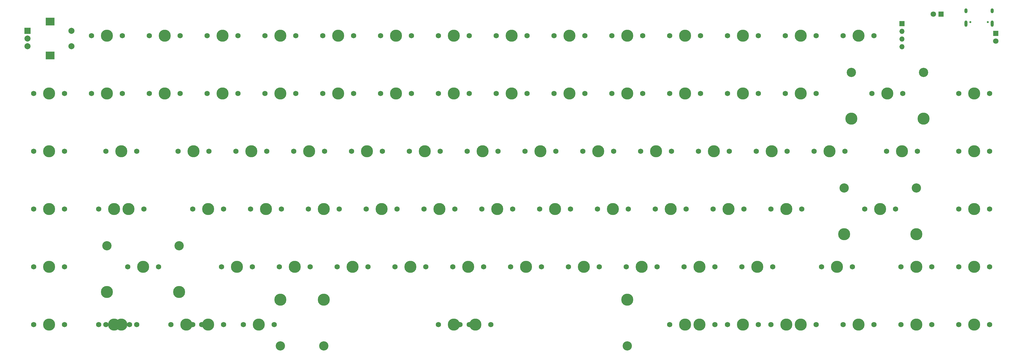
<source format=gbr>
%TF.GenerationSoftware,KiCad,Pcbnew,(5.1.9)-1*%
%TF.CreationDate,2021-05-13T13:18:15-04:00*%
%TF.ProjectId,rnm-75E,726e6d2d-3735-4452-9e6b-696361645f70,rev?*%
%TF.SameCoordinates,Original*%
%TF.FileFunction,Soldermask,Top*%
%TF.FilePolarity,Negative*%
%FSLAX46Y46*%
G04 Gerber Fmt 4.6, Leading zero omitted, Abs format (unit mm)*
G04 Created by KiCad (PCBNEW (5.1.9)-1) date 2021-05-13 13:18:15*
%MOMM*%
%LPD*%
G01*
G04 APERTURE LIST*
%ADD10C,3.987800*%
%ADD11C,1.750000*%
%ADD12C,1.800000*%
%ADD13R,1.800000X1.800000*%
%ADD14C,3.048000*%
%ADD15O,1.700000X1.700000*%
%ADD16R,1.700000X1.700000*%
%ADD17R,2.000000X2.000000*%
%ADD18C,2.000000*%
%ADD19R,3.000000X2.500000*%
%ADD20O,1.000000X2.100000*%
%ADD21C,0.650000*%
%ADD22O,1.000000X1.600000*%
G04 APERTURE END LIST*
D10*
%TO.C,MX83*%
X621506250Y-60325000D03*
D11*
X616426250Y-60325000D03*
X626586250Y-60325000D03*
%TD*%
D10*
%TO.C,MX57*%
X531018750Y-60325000D03*
D11*
X525938750Y-60325000D03*
X536098750Y-60325000D03*
%TD*%
D12*
%TO.C,CAPS_LOCK_LED2*%
X647700000Y14128750D03*
D13*
X647700000Y16668750D03*
%TD*%
D12*
%TO.C,CAPS_LOCK_LED1*%
X627062500Y23018750D03*
D13*
X629602500Y23018750D03*
%TD*%
D10*
%TO.C,MX93*%
X469106250Y-79375000D03*
D11*
X464026250Y-79375000D03*
X474186250Y-79375000D03*
D14*
X411956250Y-86360000D03*
X526256250Y-86360000D03*
D10*
X411956250Y-71120000D03*
X526256250Y-71120000D03*
%TD*%
%TO.C,MX92*%
X388143750Y-79375000D03*
D11*
X383063750Y-79375000D03*
X393223750Y-79375000D03*
%TD*%
D10*
%TO.C,MX91*%
X359568750Y-79375000D03*
D11*
X354488750Y-79375000D03*
X364648750Y-79375000D03*
%TD*%
D10*
%TO.C,MX90*%
X357187500Y-41275000D03*
D11*
X352107500Y-41275000D03*
X362267500Y-41275000D03*
%TD*%
D10*
%TO.C,MX85*%
X640556250Y-79375000D03*
D11*
X635476250Y-79375000D03*
X645636250Y-79375000D03*
%TD*%
D10*
%TO.C,MX41*%
X476250000Y-79375000D03*
D11*
X471170000Y-79375000D03*
X481330000Y-79375000D03*
D14*
X426250100Y-86360000D03*
X526249900Y-86360000D03*
D10*
X426250100Y-71120000D03*
X526249900Y-71120000D03*
%TD*%
D15*
%TO.C,J3*%
X616743750Y12223750D03*
X616743750Y14763750D03*
X616743750Y17303750D03*
D16*
X616743750Y19843750D03*
%TD*%
D11*
%TO.C,MX2*%
X340836250Y-22225000D03*
X330676250Y-22225000D03*
D10*
X335756250Y-22225000D03*
%TD*%
%TO.C,MX4*%
X335756250Y-60325000D03*
D11*
X330676250Y-60325000D03*
X340836250Y-60325000D03*
%TD*%
D17*
%TO.C,SW2*%
X328612500Y17462500D03*
D18*
X328612500Y14962500D03*
X328612500Y12462500D03*
D19*
X336112500Y20562500D03*
X336112500Y9362500D03*
D18*
X343112500Y17462500D03*
X343112500Y12462500D03*
%TD*%
D10*
%TO.C,MX89*%
X640556250Y-60325000D03*
D11*
X635476250Y-60325000D03*
X645636250Y-60325000D03*
%TD*%
D10*
%TO.C,MX88*%
X640556250Y-41275000D03*
D11*
X635476250Y-41275000D03*
X645636250Y-41275000D03*
%TD*%
D10*
%TO.C,MX87*%
X640556250Y-22225000D03*
D11*
X635476250Y-22225000D03*
X645636250Y-22225000D03*
%TD*%
D10*
%TO.C,MX86*%
X640556250Y-3175000D03*
D11*
X635476250Y-3175000D03*
X645636250Y-3175000D03*
%TD*%
D10*
%TO.C,MX84*%
X621506250Y-79375000D03*
D11*
X616426250Y-79375000D03*
X626586250Y-79375000D03*
%TD*%
D10*
%TO.C,MX82*%
X609600000Y-41275000D03*
D11*
X604520000Y-41275000D03*
X614680000Y-41275000D03*
D14*
X597693750Y-34290000D03*
X621506250Y-34290000D03*
D10*
X597693750Y-49530000D03*
X621506250Y-49530000D03*
%TD*%
%TO.C,MX81*%
X616743750Y-22225000D03*
D11*
X611663750Y-22225000D03*
X621823750Y-22225000D03*
%TD*%
D10*
%TO.C,MX80*%
X611981250Y-3175000D03*
D11*
X606901250Y-3175000D03*
X617061250Y-3175000D03*
D14*
X600075000Y3810000D03*
X623887500Y3810000D03*
D10*
X600075000Y-11430000D03*
X623887500Y-11430000D03*
%TD*%
%TO.C,MX79*%
X602456250Y-79375000D03*
D11*
X597376250Y-79375000D03*
X607536250Y-79375000D03*
%TD*%
D10*
%TO.C,MX78*%
X602456250Y15875000D03*
D11*
X597376250Y15875000D03*
X607536250Y15875000D03*
%TD*%
D10*
%TO.C,MX77*%
X595312500Y-60325000D03*
D11*
X590232500Y-60325000D03*
X600392500Y-60325000D03*
%TD*%
D10*
%TO.C,MX76*%
X592931250Y-22225000D03*
D11*
X587851250Y-22225000D03*
X598011250Y-22225000D03*
%TD*%
D10*
%TO.C,MX75*%
X583406250Y-3175000D03*
D11*
X578326250Y-3175000D03*
X588486250Y-3175000D03*
%TD*%
D10*
%TO.C,MX74*%
X583406250Y15875000D03*
D11*
X578326250Y15875000D03*
X588486250Y15875000D03*
%TD*%
D10*
%TO.C,MX73*%
X578643750Y-41275000D03*
D11*
X573563750Y-41275000D03*
X583723750Y-41275000D03*
%TD*%
D10*
%TO.C,MX72*%
X573881250Y-22225000D03*
D11*
X568801250Y-22225000D03*
X578961250Y-22225000D03*
%TD*%
D10*
%TO.C,MX71*%
X578643750Y-79375000D03*
D11*
X573563750Y-79375000D03*
X583723750Y-79375000D03*
%TD*%
D10*
%TO.C,MX70*%
X583406250Y-79375000D03*
D11*
X578326250Y-79375000D03*
X588486250Y-79375000D03*
%TD*%
D10*
%TO.C,MX69*%
X569118750Y-60325000D03*
D11*
X564038750Y-60325000D03*
X574198750Y-60325000D03*
%TD*%
D10*
%TO.C,MX68*%
X564356250Y-3175000D03*
D11*
X559276250Y-3175000D03*
X569436250Y-3175000D03*
%TD*%
D10*
%TO.C,MX67*%
X564356250Y15875000D03*
D11*
X559276250Y15875000D03*
X569436250Y15875000D03*
%TD*%
D10*
%TO.C,MX66*%
X559593750Y-41275000D03*
D11*
X554513750Y-41275000D03*
X564673750Y-41275000D03*
%TD*%
D10*
%TO.C,MX65*%
X554831250Y-22225000D03*
D11*
X549751250Y-22225000D03*
X559911250Y-22225000D03*
%TD*%
D10*
%TO.C,MX64*%
X550068750Y-79375000D03*
D11*
X544988750Y-79375000D03*
X555148750Y-79375000D03*
%TD*%
D10*
%TO.C,MX63*%
X564356250Y-79375000D03*
D11*
X559276250Y-79375000D03*
X569436250Y-79375000D03*
%TD*%
D10*
%TO.C,MX62*%
X550068750Y-60325000D03*
D11*
X544988750Y-60325000D03*
X555148750Y-60325000D03*
%TD*%
D10*
%TO.C,MX61*%
X545306250Y-3175000D03*
D11*
X540226250Y-3175000D03*
X550386250Y-3175000D03*
%TD*%
D10*
%TO.C,MX60*%
X545306250Y15875000D03*
D11*
X540226250Y15875000D03*
X550386250Y15875000D03*
%TD*%
D10*
%TO.C,MX59*%
X540543750Y-41275000D03*
D11*
X535463750Y-41275000D03*
X545623750Y-41275000D03*
%TD*%
D10*
%TO.C,MX58*%
X535781250Y-22225000D03*
D11*
X530701250Y-22225000D03*
X540861250Y-22225000D03*
%TD*%
D10*
%TO.C,MX56*%
X526256250Y-3175000D03*
D11*
X521176250Y-3175000D03*
X531336250Y-3175000D03*
%TD*%
D10*
%TO.C,MX55*%
X526256250Y15875000D03*
D11*
X521176250Y15875000D03*
X531336250Y15875000D03*
%TD*%
D10*
%TO.C,MX54*%
X521493750Y-41275000D03*
D11*
X516413750Y-41275000D03*
X526573750Y-41275000D03*
%TD*%
D10*
%TO.C,MX53*%
X545306250Y-79375000D03*
D11*
X540226250Y-79375000D03*
X550386250Y-79375000D03*
%TD*%
D10*
%TO.C,MX52*%
X516731250Y-22225000D03*
D11*
X511651250Y-22225000D03*
X521811250Y-22225000D03*
%TD*%
D10*
%TO.C,MX51*%
X511968750Y-60325000D03*
D11*
X506888750Y-60325000D03*
X517048750Y-60325000D03*
%TD*%
D10*
%TO.C,MX50*%
X507206250Y-3175000D03*
D11*
X502126250Y-3175000D03*
X512286250Y-3175000D03*
%TD*%
D10*
%TO.C,MX49*%
X507206250Y15875000D03*
D11*
X502126250Y15875000D03*
X512286250Y15875000D03*
%TD*%
D10*
%TO.C,MX48*%
X502443750Y-41275000D03*
D11*
X497363750Y-41275000D03*
X507523750Y-41275000D03*
%TD*%
D10*
%TO.C,MX47*%
X497681250Y-22225000D03*
D11*
X492601250Y-22225000D03*
X502761250Y-22225000D03*
%TD*%
D10*
%TO.C,MX46*%
X492918750Y-60325000D03*
D11*
X487838750Y-60325000D03*
X497998750Y-60325000D03*
%TD*%
D10*
%TO.C,MX45*%
X488156250Y-3175000D03*
D11*
X483076250Y-3175000D03*
X493236250Y-3175000D03*
%TD*%
D10*
%TO.C,MX44*%
X488156250Y15875000D03*
D11*
X483076250Y15875000D03*
X493236250Y15875000D03*
%TD*%
D10*
%TO.C,MX43*%
X483393750Y-41275000D03*
D11*
X478313750Y-41275000D03*
X488473750Y-41275000D03*
%TD*%
D10*
%TO.C,MX42*%
X478631250Y-22225000D03*
D11*
X473551250Y-22225000D03*
X483711250Y-22225000D03*
%TD*%
D10*
%TO.C,MX40*%
X473868750Y-60325000D03*
D11*
X468788750Y-60325000D03*
X478948750Y-60325000D03*
%TD*%
D10*
%TO.C,MX39*%
X469106250Y-3175000D03*
D11*
X464026250Y-3175000D03*
X474186250Y-3175000D03*
%TD*%
D10*
%TO.C,MX38*%
X469106250Y15875000D03*
D11*
X464026250Y15875000D03*
X474186250Y15875000D03*
%TD*%
D10*
%TO.C,MX37*%
X464343750Y-41275000D03*
D11*
X459263750Y-41275000D03*
X469423750Y-41275000D03*
%TD*%
D10*
%TO.C,MX36*%
X459581250Y-22225000D03*
D11*
X454501250Y-22225000D03*
X464661250Y-22225000D03*
%TD*%
D10*
%TO.C,MX35*%
X454818750Y-60325000D03*
D11*
X449738750Y-60325000D03*
X459898750Y-60325000D03*
%TD*%
D10*
%TO.C,MX34*%
X450056250Y-3175000D03*
D11*
X444976250Y-3175000D03*
X455136250Y-3175000D03*
%TD*%
D10*
%TO.C,MX33*%
X450056250Y15875000D03*
D11*
X444976250Y15875000D03*
X455136250Y15875000D03*
%TD*%
D10*
%TO.C,MX32*%
X445293750Y-41275000D03*
D11*
X440213750Y-41275000D03*
X450373750Y-41275000D03*
%TD*%
D10*
%TO.C,MX31*%
X440531250Y-22225000D03*
D11*
X435451250Y-22225000D03*
X445611250Y-22225000D03*
%TD*%
D10*
%TO.C,MX30*%
X435768750Y-60325000D03*
D11*
X430688750Y-60325000D03*
X440848750Y-60325000D03*
%TD*%
D10*
%TO.C,MX29*%
X431006250Y-3175000D03*
D11*
X425926250Y-3175000D03*
X436086250Y-3175000D03*
%TD*%
D10*
%TO.C,MX28*%
X431006250Y15875000D03*
D11*
X425926250Y15875000D03*
X436086250Y15875000D03*
%TD*%
D10*
%TO.C,MX27*%
X426243750Y-41275000D03*
D11*
X421163750Y-41275000D03*
X431323750Y-41275000D03*
%TD*%
D10*
%TO.C,MX26*%
X421481250Y-22225000D03*
D11*
X416401250Y-22225000D03*
X426561250Y-22225000D03*
%TD*%
D10*
%TO.C,MX25*%
X416718750Y-60325000D03*
D11*
X411638750Y-60325000D03*
X421798750Y-60325000D03*
%TD*%
D10*
%TO.C,MX24*%
X411956250Y-3175000D03*
D11*
X406876250Y-3175000D03*
X417036250Y-3175000D03*
%TD*%
D10*
%TO.C,MX23*%
X411956250Y15875000D03*
D11*
X406876250Y15875000D03*
X417036250Y15875000D03*
%TD*%
D10*
%TO.C,MX22*%
X407193750Y-41275000D03*
D11*
X402113750Y-41275000D03*
X412273750Y-41275000D03*
%TD*%
D10*
%TO.C,MX21*%
X402431250Y-22225000D03*
D11*
X397351250Y-22225000D03*
X407511250Y-22225000D03*
%TD*%
D10*
%TO.C,MX20*%
X404812500Y-79375000D03*
D11*
X399732500Y-79375000D03*
X409892500Y-79375000D03*
%TD*%
D10*
%TO.C,MX19*%
X397668750Y-60325000D03*
D11*
X392588750Y-60325000D03*
X402748750Y-60325000D03*
%TD*%
D10*
%TO.C,MX18*%
X392906250Y-3175000D03*
D11*
X387826250Y-3175000D03*
X397986250Y-3175000D03*
%TD*%
D10*
%TO.C,MX17*%
X392906250Y15875000D03*
D11*
X387826250Y15875000D03*
X397986250Y15875000D03*
%TD*%
D10*
%TO.C,MX16*%
X388143750Y-41275000D03*
D11*
X383063750Y-41275000D03*
X393223750Y-41275000D03*
%TD*%
D10*
%TO.C,MX15*%
X383381250Y-22225000D03*
D11*
X378301250Y-22225000D03*
X388461250Y-22225000D03*
%TD*%
D10*
%TO.C,MX14*%
X381000000Y-79375000D03*
D11*
X375920000Y-79375000D03*
X386080000Y-79375000D03*
%TD*%
D10*
%TO.C,MX13*%
X373856250Y-3175000D03*
D11*
X368776250Y-3175000D03*
X378936250Y-3175000D03*
%TD*%
D10*
%TO.C,MX12*%
X373856250Y15875000D03*
D11*
X368776250Y15875000D03*
X378936250Y15875000D03*
%TD*%
D10*
%TO.C,MX11*%
X357187500Y-79375000D03*
D11*
X352107500Y-79375000D03*
X362267500Y-79375000D03*
%TD*%
D10*
%TO.C,MX10*%
X366712500Y-60325000D03*
D11*
X361632500Y-60325000D03*
X371792500Y-60325000D03*
D14*
X354806250Y-53340000D03*
X378618750Y-53340000D03*
D10*
X354806250Y-68580000D03*
X378618750Y-68580000D03*
%TD*%
%TO.C,MX9*%
X361950000Y-41275000D03*
D11*
X356870000Y-41275000D03*
X367030000Y-41275000D03*
%TD*%
D10*
%TO.C,MX8*%
X359568750Y-22225000D03*
D11*
X354488750Y-22225000D03*
X364648750Y-22225000D03*
%TD*%
D10*
%TO.C,MX7*%
X354806250Y-3175000D03*
D11*
X349726250Y-3175000D03*
X359886250Y-3175000D03*
%TD*%
D10*
%TO.C,MX6*%
X354806250Y15875000D03*
D11*
X349726250Y15875000D03*
X359886250Y15875000D03*
%TD*%
D10*
%TO.C,MX5*%
X335756250Y-79375000D03*
D11*
X330676250Y-79375000D03*
X340836250Y-79375000D03*
%TD*%
D10*
%TO.C,MX3*%
X335756250Y-41275000D03*
D11*
X330676250Y-41275000D03*
X340836250Y-41275000D03*
%TD*%
%TO.C,MX1*%
X340836250Y-3175000D03*
X330676250Y-3175000D03*
D10*
X335756250Y-3175000D03*
%TD*%
D20*
%TO.C,J2*%
X646463750Y19888750D03*
X637823750Y19888750D03*
D21*
X639253750Y20418750D03*
D22*
X637823750Y24068750D03*
D21*
X645033750Y20418750D03*
D22*
X646463750Y24068750D03*
%TD*%
M02*

</source>
